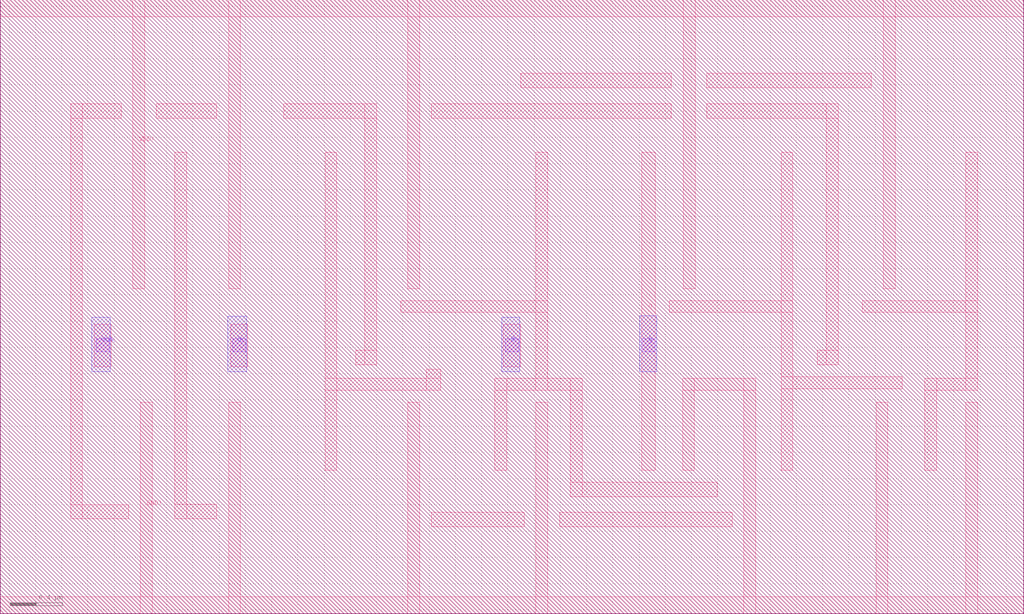
<source format=lef>
NAMESCASESENSITIVE ON ;
BUSBITCHARS "[]" ;

UNITS
  DATABASE MICRONS 1000 ;
END UNITS

MANUFACTURINGGRID 0.001 ;

DIVIDERCHAR "/" ;

LAYER M1
  TYPE ROUTING ;
  DIRECTION HORIZONTAL ;
  PITCH 0.52 0.52 ;
  WIDTH 0.14 ;
  AREA 0.042 ;
  SPACING 0.09 ;
  SPACING 0.19 RANGE 1.76 4 ;
  SPACING 0.29 RANGE 4 8 ;
  SPACING 1.05 RANGE 8 25 ;
  SPACING 1.85 RANGE 25 100000 ;
END M1

LAYER V1
  TYPE CUT ;
END V1

LAYER M2
  TYPE ROUTING ;
  DIRECTION VERTICAL ;
  PITCH 0.52 0.52 ;
  WIDTH 0.14 ;
  AREA 0.052 ;
  SPACING 0.1 ;
  SPACING 0.19 RANGE 1.76 4 ;
  SPACING 0.29 RANGE 4 8 ;
  SPACING 1.05 RANGE 8 25 ;
  SPACING 1.85 RANGE 25 100000 ;
END M2

LAYER V2
  TYPE CUT ;
END V2

LAYER M3
  TYPE ROUTING ;
  DIRECTION HORIZONTAL ;
  PITCH 0.52 0.52 ;
  WIDTH 0.14 ;
  AREA 0.052 ;
  SPACING 0.1 ;
  SPACING 0.19 RANGE 1.76 4 ;
  SPACING 0.29 RANGE 4 8 ;
  SPACING 1.05 RANGE 8 25 ;
  SPACING 1.85 RANGE 25 100000 ;
END M3

LAYER V3
  TYPE CUT ;
END V3

LAYER M4
  TYPE ROUTING ;
  DIRECTION VERTICAL ;
  PITCH 0.52 0.52 ;
  WIDTH 0.14 ;
  AREA 0.052 ;
  SPACING 0.1 ;
  SPACING 0.19 RANGE 1.76 4 ;
  SPACING 0.29 RANGE 4 8 ;
  SPACING 1.05 RANGE 8 25 ;
  SPACING 1.85 RANGE 25 100000 ;
END M4

LAYER V4
  TYPE CUT ;
END V4

LAYER M5
  TYPE ROUTING ;
  DIRECTION HORIZONTAL ;
  PITCH 0.52 0.52 ;
  WIDTH 0.14 ;
  AREA 0.052 ;
  SPACING 0.1 ;
  SPACING 0.19 RANGE 1.76 4 ;
  SPACING 0.29 RANGE 4 8 ;
  SPACING 1.05 RANGE 8 25 ;
  SPACING 1.85 RANGE 25 100000 ;
END M5

LAYER V5
  TYPE CUT ;
END V5

LAYER M6
  TYPE ROUTING ;
  DIRECTION VERTICAL ;
  PITCH 0.52 0.52 ;
  WIDTH 0.14 ;
  AREA 0.052 ;
  SPACING 0.1 ;
  SPACING 0.19 RANGE 1.76 4 ;
  SPACING 0.29 RANGE 4 8 ;
  SPACING 1.05 RANGE 8 25 ;
  SPACING 1.85 RANGE 25 100000 ;
  END M6

LAYER OVERLAP
  TYPE OVERLAP ;
END OVERLAP

SPACING
  SAMENET M1  M1    0.09 STACK ;
  SAMENET M2  M2    0.1 STACK ;
  SAMENET M3  M3    0.1 STACK ;
  SAMENET M4  M4    0.1 STACK ;
  SAMENET M5  M5    0.1 STACK ;
  SAMENET M6  M6    0.1 STACK ;
  SAMENET V1  V1    0.1 ;
  SAMENET V2  V2    0.1 ;
  SAMENET V3  V3    0.1 ;
  SAMENET V4  V4    0.1 ;
  SAMENET V5  V5    0.1 ;
  SAMENET V1  V2    0.00 STACK ;
  SAMENET V2  V3    0.00 STACK ;
  SAMENET V3  V4    0.00 STACK ;
  SAMENET V4  V5    0.00 STACK ;
  SAMENET V1  V3    0.00 STACK ;
  SAMENET V2  V4    0.00 STACK ;
  SAMENET V3  V5    0.00 STACK ;
  SAMENET V1  V4    0.00 STACK ;
  SAMENET V2  V5    0.00 STACK ;
  SAMENET V1  V5    0.00 STACK ;
END SPACING


VIA via5 DEFAULT
  LAYER M5 ;
    RECT -0.07 -0.07 0.07 0.07 ;
  LAYER V5 ;
    RECT -0.05 -0.05 0.05 0.05 ;
  LAYER M6 ;
    RECT -0.07 -0.07 0.07 0.07 ;
END via5

VIA via4 DEFAULT
  LAYER M4 ;
    RECT -0.07 -0.07 0.07 0.07 ;
  LAYER V4 ;
    RECT -0.05 -0.05 0.05 0.05 ;
  LAYER M5 ;
    RECT -0.07 -0.07 0.07 0.07 ;
END via4

VIA via3 DEFAULT
  LAYER M4 ;
    RECT -0.07 -0.07 0.07 0.07 ;
  LAYER V3 ;
    RECT -0.05 -0.05 0.05 0.05 ;
  LAYER M3 ;
    RECT -0.07 -0.07 0.07 0.07 ;
END via3

VIA via2 DEFAULT
  LAYER M3 ;
    RECT -0.07 -0.07 0.07 0.07 ;
  LAYER V2 ;
    RECT -0.05 -0.05 0.05 0.05 ;
  LAYER M2 ;
    RECT -0.07 -0.07 0.07 0.07 ;
END via2

VIA via1 DEFAULT
  LAYER M2 ;
    RECT -0.07 -0.07 0.07 0.07 ;
  LAYER V1 ;
    RECT -0.05 -0.05 0.05 0.05 ;
  LAYER M1 ;
    RECT -0.07 -0.07 0.07 0.07 ;
END via1


VIARULE via1Array GENERATE
  LAYER M1 ;
  DIRECTION HORIZONTAL ;
  OVERHANG 0.045 ;
    METALOVERHANG 0 ;
  LAYER M2 ;
  DIRECTION VERTICAL ;
    OVERHANG 0.045 ;
    METALOVERHANG 0 ;
  LAYER V1 ;
    RECT -0.05 -0.05 0.05 0.05 ;
    SPACING 0.2 BY 0.2 ;
END via1Array


VIARULE via2Array GENERATE
  LAYER M3 ;
    DIRECTION HORIZONTAL ;
    OVERHANG 0.03 ;
    METALOVERHANG 0 ;
  LAYER M2 ;
  DIRECTION VERTICAL ;
    OVERHANG 0.03 ;
    METALOVERHANG 0 ;
  LAYER V2 ;
    RECT -0.05 -0.05 0.05 0.05 ;
    SPACING 0.2 BY 0.2 ;
END via2Array


VIARULE via3Array GENERATE
  LAYER M3 ;
    DIRECTION HORIZONTAL ;
    OVERHANG 0.03 ;
    METALOVERHANG 0 ;
  LAYER M4 ;
    DIRECTION VERTICAL ;
    OVERHANG 0.03 ;
    METALOVERHANG 0 ;
  LAYER V3 ;
    RECT -0.05 -0.05 0.05 0.05 ;
    SPACING 0.2 BY 0.2 ;
END via3Array

VIARULE via4Array GENERATE
  LAYER M5 ;
    DIRECTION HORIZONTAL ;
    OVERHANG 0.03 ;
    METALOVERHANG 0 ;
  LAYER M4 ;
    DIRECTION VERTICAL ;
    OVERHANG 0.03 ;
    METALOVERHANG 0 ;
  LAYER V4 ;
    RECT -0.05 -0.05 0.05 0.05 ;
    SPACING 0.2 BY 0.2 ;
END via4Array

VIARULE via5Array GENERATE
  LAYER M5 ;
    DIRECTION HORIZONTAL ;
    OVERHANG 0.03 ;
    METALOVERHANG 0 ;
  LAYER M6 ;
    DIRECTION VERTICAL ;
    OVERHANG 0.045 ;
    METALOVERHANG 0 ;
  LAYER V5 ;
    RECT -0.05 -0.05 0.05 0.05 ;
    SPACING 0.2 BY 0.2 ;
END via5Array

VIARULE TURNM1 GENERATE
  LAYER M1 ;
    DIRECTION HORIZONTAL ;
  LAYER M1 ;
    DIRECTION VERTICAL ;
END TURNM1

VIARULE TURNM2 GENERATE
  LAYER M2 ;
    DIRECTION HORIZONTAL ;
  LAYER M2 ;
    DIRECTION VERTICAL ;
END TURNM2

VIARULE TURNM3 GENERATE
  LAYER M3 ;
    DIRECTION HORIZONTAL ;
  LAYER M3 ;
    DIRECTION VERTICAL ;
END TURNM3

VIARULE TURNM4 GENERATE
  LAYER M4 ;
    DIRECTION HORIZONTAL ;
  LAYER M4 ;
    DIRECTION VERTICAL ;
END TURNM4

VIARULE TURNM5 GENERATE
  LAYER M5 ;
    DIRECTION HORIZONTAL ;
  LAYER M5 ;
    DIRECTION VERTICAL ;
END TURNM5

VIARULE TURNM6 GENERATE
  LAYER M6 ;
    DIRECTION HORIZONTAL ;
  LAYER M6 ;
    DIRECTION VERTICAL ;
END TURNM6


SITE  CoreSite
    CLASS       CORE ;
    SYMMETRY    Y ;
    SYMMETRY    X ;
    SIZE        0.260 BY 4.68 ;
END  CoreSite

SITE  TDCoverSite
    CLASS       CORE ;
    SIZE        0.0500 BY 0.0500 ;
END  TDCoverSite

SITE  SBlockSite
    CLASS       CORE ;
    SIZE        0.0500 BY 0.0500 ;
END  SBlockSite

SITE  PortCellSite
    CLASS       PAD ;
    SIZE        0.0500 BY 0.0500 ;
END  PortCellSite

SITE  Core
    CLASS       CORE ;
    SYMMETRY    Y ;
    SYMMETRY    X ;
    SIZE        0.260 BY 4.68 ;
END  Core

MACRO aoi332
  CLASS CORE ;
  ORIGIN 9.44 4.632 ;
  FOREIGN aoi332 -9.44 -4.632 ;
  SIZE 4.048 BY 4.68 ;
  SYMMETRY X Y ;
  SITE CoreSite ;
  PIN GND!
    DIRECTION INOUT ;
    USE GROUND ;
    SHAPE ABUTMENT ;
    PORT
      LAYER M1 ;
        RECT -9.44 -4.632 -5.392 -4.502 ;
        RECT -5.954 -4.632 -5.864 -3.017 ;
        RECT -7.921 -4.632 -7.831 -3.017 ;
    END
  END GND!
  PIN VDD!
    DIRECTION INOUT ;
    USE POWER ;
    SHAPE ABUTMENT ;
    PORT
      LAYER M1 ;
        RECT -9.44 -0.081 -5.392 0.048 ;
        RECT -8.282 -2.153 -8.192 0.048 ;
        RECT -8.968 -2.153 -8.878 0.048 ;
    END
  END VDD!
  PIN A
    DIRECTION INPUT ;
    USE SIGNAL ;
    PORT
      LAYER M1 ;
        RECT -8.953 -2.747 -8.823 -2.423 ;
      LAYER M2 ;
        RECT -8.953 -2.785 -8.823 -2.385 ;
      LAYER V1 ;
        RECT -8.938 -2.635 -8.838 -2.535 ;
    END
  END A
  PIN B
    DIRECTION INPUT ;
    USE SIGNAL ;
    PORT
      LAYER M1 ;
        RECT -8.585 -2.747 -8.455 -2.423 ;
      LAYER M2 ;
        RECT -8.585 -2.785 -8.455 -2.385 ;
      LAYER V1 ;
        RECT -8.57 -2.635 -8.47 -2.535 ;
    END
  END B
  PIN C
    DIRECTION INPUT ;
    USE SIGNAL ;
    PORT
      LAYER M1 ;
        RECT -8.217 -2.747 -8.087 -2.423 ;
      LAYER M2 ;
        RECT -8.217 -2.785 -8.087 -2.385 ;
      LAYER V1 ;
        RECT -8.202 -2.635 -8.102 -2.535 ;
    END
  END C
  PIN D
    DIRECTION INPUT ;
    USE SIGNAL ;
    PORT
      LAYER M1 ;
        RECT -7.113 -2.747 -6.983 -2.423 ;
      LAYER M2 ;
        RECT -7.113 -2.785 -6.983 -2.385 ;
      LAYER V1 ;
        RECT -7.098 -2.635 -6.998 -2.535 ;
    END
  END D
  PIN E
    DIRECTION INPUT ;
    USE SIGNAL ;
    PORT
      LAYER M1 ;
        RECT -7.481 -2.747 -7.351 -2.423 ;
      LAYER M2 ;
        RECT -7.481 -2.785 -7.351 -2.385 ;
      LAYER V1 ;
        RECT -7.466 -2.635 -7.366 -2.535 ;
    END
  END E
  PIN F
    DIRECTION INPUT ;
    USE SIGNAL ;
    PORT
      LAYER M1 ;
        RECT -7.849 -2.747 -7.719 -2.423 ;
      LAYER M2 ;
        RECT -7.849 -2.785 -7.719 -2.385 ;
      LAYER V1 ;
        RECT -7.834 -2.635 -7.734 -2.535 ;
    END
  END F
  PIN G
    DIRECTION INPUT ;
    USE SIGNAL ;
    PORT
      LAYER M1 ;
        RECT -6.745 -2.747 -6.615 -2.423 ;
      LAYER M2 ;
        RECT -6.745 -2.785 -6.615 -2.385 ;
      LAYER V1 ;
        RECT -6.73 -2.635 -6.63 -2.535 ;
    END
  END G
  PIN H
    DIRECTION INPUT ;
    USE SIGNAL ;
    PORT
      LAYER M1 ;
        RECT -6.009 -2.747 -5.879 -2.423 ;
      LAYER M2 ;
        RECT -6.009 -2.785 -5.879 -2.385 ;
      LAYER V1 ;
        RECT -5.994 -2.635 -5.894 -2.535 ;
    END
  END H
  PIN OUT
    DIRECTION INPUT ;
    USE SIGNAL ;
    PORT
      LAYER M1 ;
        RECT -6.377 -2.747 -6.247 -2.423 ;
        RECT -6.362 -2.927 -6.262 -1.113 ;
        RECT -8.968 -2.927 -6.262 -2.837 ;
        RECT -6.819 -3.537 -6.729 -2.837 ;
        RECT -8.968 -3.537 -8.878 -2.837 ;
      LAYER M2 ;
        RECT -6.377 -2.785 -6.247 -2.385 ;
      LAYER V1 ;
        RECT -6.362 -2.635 -6.262 -2.535 ;
    END
  END OUT
  OBS
    LAYER M1 ;
      RECT -7.549 -1.023 -5.864 -0.933 ;
      RECT -5.954 -2.153 -5.864 -0.933 ;
      RECT -6.816 -2.153 -6.726 -0.933 ;
      RECT -7.549 -2.153 -7.459 -0.933 ;
      RECT -7.197 -2.333 -7.107 -1.113 ;
      RECT -7.9 -2.333 -7.81 -1.113 ;
      RECT -8.648 -2.333 -8.558 -1.113 ;
      RECT -8.648 -2.333 -7.107 -2.243 ;
  END
END aoi332

MACRO DFF
  CLASS CORE ;
  ORIGIN 9.668 4.632 ;
  FOREIGN DFF -9.668 -4.632 ;
  SIZE 7.8 BY 4.68 ;
  SYMMETRY X Y ;
  SITE CoreSite ;
  PIN GND!
    DIRECTION INOUT ;
    USE GROUND ;
    SHAPE ABUTMENT ;
    PORT
      LAYER M1 ;
        RECT -9.668 -4.632 -1.868 -4.502 ;
        RECT -2.308 -4.632 -2.218 -3.017 ;
        RECT -2.993 -4.632 -2.903 -3.017 ;
        RECT -4.468 -2.927 -3.911 -2.837 ;
        RECT -4.001 -4.632 -3.911 -2.837 ;
        RECT -4.468 -3.537 -4.378 -2.837 ;
        RECT -5.586 -4.632 -5.496 -3.017 ;
        RECT -6.562 -4.632 -6.472 -3.017 ;
        RECT -7.928 -4.632 -7.838 -3.017 ;
        RECT -8.6 -4.632 -8.51 -3.017 ;
    END
  END GND!
  PIN VDD!
    DIRECTION INOUT ;
    USE POWER ;
    SHAPE ABUTMENT ;
    PORT
      LAYER M1 ;
        RECT -9.668 -0.081 -1.868 0.048 ;
        RECT -2.938 -2.153 -2.848 0.048 ;
        RECT -4.463 -2.153 -4.373 0.048 ;
        RECT -6.562 -2.153 -6.472 0.048 ;
        RECT -7.928 -2.153 -7.838 0.048 ;
        RECT -8.658 -2.153 -8.568 0.048 ;
    END
  END VDD!
  PIN CLK
    DIRECTION INPUT ;
    USE SIGNAL ;
    PORT
      LAYER M1 ;
        RECT -8.953 -2.747 -8.823 -2.423 ;
      LAYER M2 ;
        RECT -8.972 -2.785 -8.832 -2.371 ;
      LAYER V1 ;
        RECT -8.938 -2.635 -8.838 -2.535 ;
    END
  END CLK
  PIN D
    DIRECTION INPUT ;
    USE SIGNAL ;
    PORT
      LAYER M1 ;
        RECT -7.913 -2.747 -7.783 -2.423 ;
      LAYER M2 ;
        RECT -7.933 -2.785 -7.79 -2.364 ;
      LAYER V1 ;
        RECT -7.898 -2.635 -7.798 -2.535 ;
    END
  END D
  PIN Q
    DIRECTION INPUT ;
    USE SIGNAL ;
    PORT
      LAYER M1 ;
        RECT -4.778 -3.537 -4.678 -1.113 ;
      LAYER M2 ;
        RECT -4.793 -2.785 -4.663 -2.36 ;
      LAYER V1 ;
        RECT -4.778 -2.635 -4.678 -2.535 ;
    END
  END Q
  PIN R
    DIRECTION INPUT ;
    USE SIGNAL ;
    PORT
      LAYER M1 ;
        RECT -5.833 -2.747 -5.703 -2.423 ;
      LAYER M2 ;
        RECT -5.847 -2.785 -5.71 -2.369 ;
      LAYER V1 ;
        RECT -5.818 -2.635 -5.718 -2.535 ;
    END
  END R
  OBS
    LAYER M1 ;
      RECT -2.308 -2.927 -2.218 -1.113 ;
      RECT -3.099 -2.333 -2.218 -2.243 ;
      RECT -2.621 -2.927 -2.218 -2.837 ;
      RECT -2.621 -3.537 -2.531 -2.837 ;
      RECT -3.717 -3.537 -3.627 -1.113 ;
      RECT -4.571 -2.333 -3.627 -2.243 ;
      RECT -3.717 -2.914 -2.793 -2.824 ;
      RECT -4.283 -0.852 -3.281 -0.742 ;
      RECT -3.371 -2.734 -3.281 -0.742 ;
      RECT -3.441 -2.734 -3.281 -2.623 ;
      RECT -5.586 -2.927 -5.496 -1.113 ;
      RECT -6.617 -2.333 -5.496 -2.243 ;
      RECT -5.899 -2.927 -5.234 -2.837 ;
      RECT -5.324 -3.737 -5.234 -2.837 ;
      RECT -5.899 -3.537 -5.809 -2.837 ;
      RECT -5.324 -3.737 -4.203 -3.627 ;
      RECT -7.192 -3.537 -7.102 -1.113 ;
      RECT -6.422 -2.927 -6.311 -2.767 ;
      RECT -7.192 -2.927 -6.311 -2.837 ;
      RECT -7.509 -0.852 -6.799 -0.742 ;
      RECT -6.889 -2.734 -6.799 -0.742 ;
      RECT -6.959 -2.734 -6.799 -2.623 ;
      RECT -8.338 -3.907 -8.248 -1.113 ;
      RECT -8.338 -3.907 -8.018 -3.797 ;
      RECT -9.133 -0.852 -8.748 -0.742 ;
      RECT -9.133 -3.908 -9.043 -0.742 ;
      RECT -9.133 -3.908 -8.69 -3.798 ;
      RECT -4.283 -0.622 -3.028 -0.512 ;
      RECT -5.406 -3.967 -4.091 -3.857 ;
      RECT -6.382 -0.852 -4.553 -0.742 ;
      RECT -5.703 -0.622 -4.553 -0.512 ;
      RECT -6.382 -3.967 -5.676 -3.857 ;
      RECT -8.478 -0.852 -8.018 -0.742 ;
  END
  
END DFF

MACRO eleveninput
  CLASS CORE ;
  ORIGIN 9.44 4.632 ;
  FOREIGN eleveninput -9.44 -4.632 ;
  SIZE 5.52 BY 4.68 ;
  SYMMETRY X Y ;
  SITE CoreSite ;
  PIN GND!
    DIRECTION INOUT ;
    USE GROUND ;
    SHAPE ABUTMENT ;
    PORT
      LAYER M1 ;
        RECT -9.44 -4.632 -3.92 -4.502 ;
        RECT -4.79 -4.632 -4.7 -3.017 ;
        RECT -8.65 -4.632 -8.56 -3.017 ;
    END
  END GND!
  PIN VDD!
    DIRECTION INOUT ;
    USE POWER ;
    SHAPE ABUTMENT ;
    PORT
      LAYER M1 ;
        RECT -9.44 -0.081 -3.92 0.048 ;
        RECT -7.128 -2.153 -7.038 0.048 ;
        RECT -7.602 -2.153 -7.512 0.048 ;
        RECT -8.968 -2.153 -8.878 0.048 ;
    END
  END VDD!
  PIN A
    DIRECTION INPUT ;
    USE SIGNAL ;
    PORT
      LAYER M1 ;
        RECT -7.849 -2.747 -7.719 -2.423 ;
      LAYER M2 ;
        RECT -7.849 -2.785 -7.719 -2.385 ;
      LAYER V1 ;
        RECT -7.834 -2.635 -7.734 -2.535 ;
    END
  END A
  PIN B
    DIRECTION INPUT ;
    USE SIGNAL ;
    PORT
      LAYER M1 ;
        RECT -7.113 -2.747 -6.983 -2.423 ;
      LAYER M2 ;
        RECT -7.113 -2.785 -6.983 -2.385 ;
      LAYER V1 ;
        RECT -7.098 -2.635 -6.998 -2.535 ;
    END
  END B
  PIN C
    DIRECTION INPUT ;
    USE SIGNAL ;
    PORT
      LAYER M1 ;
        RECT -8.953 -2.747 -8.823 -2.423 ;
      LAYER M2 ;
        RECT -8.953 -2.785 -8.823 -2.385 ;
      LAYER V1 ;
        RECT -8.938 -2.635 -8.838 -2.535 ;
    END
  END C
  PIN D
    DIRECTION INPUT ;
    USE SIGNAL ;
    PORT
      LAYER M1 ;
        RECT -8.585 -2.747 -8.455 -2.423 ;
      LAYER M2 ;
        RECT -8.585 -2.785 -8.455 -2.385 ;
      LAYER V1 ;
        RECT -8.57 -2.635 -8.47 -2.535 ;
    END
  END D
  PIN E
    DIRECTION INPUT ;
    USE SIGNAL ;
    PORT
      LAYER M1 ;
        RECT -6.745 -2.747 -6.615 -2.423 ;
      LAYER M2 ;
        RECT -6.745 -2.785 -6.615 -2.385 ;
      LAYER V1 ;
        RECT -6.73 -2.635 -6.63 -2.535 ;
    END
  END E
  PIN F
    DIRECTION INPUT ;
    USE SIGNAL ;
    PORT
      LAYER M1 ;
        RECT -6.377 -2.747 -6.247 -2.423 ;
      LAYER M2 ;
        RECT -6.377 -2.785 -6.247 -2.385 ;
      LAYER V1 ;
        RECT -6.362 -2.635 -6.262 -2.535 ;
    END
  END F
  PIN G
    DIRECTION INPUT ;
    USE SIGNAL ;
    PORT
      LAYER M1 ;
        RECT -5.641 -2.747 -5.511 -2.423 ;
      LAYER M2 ;
        RECT -5.641 -2.785 -5.511 -2.385 ;
      LAYER V1 ;
        RECT -5.626 -2.635 -5.526 -2.535 ;
    END
  END G
  PIN H
    DIRECTION INPUT ;
    USE SIGNAL ;
    PORT
      LAYER M1 ;
        RECT -5.273 -2.747 -5.143 -2.423 ;
      LAYER M2 ;
        RECT -5.273 -2.785 -5.143 -2.385 ;
      LAYER V1 ;
        RECT -5.258 -2.635 -5.158 -2.535 ;
    END
  END H
  PIN I
    DIRECTION INPUT ;
    USE SIGNAL ;
    PORT
      LAYER M1 ;
        RECT -4.905 -2.747 -4.775 -2.423 ;
      LAYER M2 ;
        RECT -4.905 -2.785 -4.775 -2.385 ;
      LAYER V1 ;
        RECT -4.89 -2.635 -4.79 -2.535 ;
    END
  END I
  PIN J
    DIRECTION INPUT ;
    USE SIGNAL ;
    PORT
      LAYER M1 ;
        RECT -4.537 -2.747 -4.407 -2.423 ;
      LAYER M2 ;
        RECT -4.537 -2.785 -4.407 -2.385 ;
      LAYER V1 ;
        RECT -4.522 -2.635 -4.422 -2.535 ;
    END
  END J
  PIN K
    DIRECTION INPUT ;
    USE SIGNAL ;
    PORT
      LAYER M1 ;
        RECT -8.217 -2.747 -8.087 -2.423 ;
      LAYER M2 ;
        RECT -8.217 -2.785 -8.087 -2.385 ;
      LAYER V1 ;
        RECT -8.202 -2.635 -8.102 -2.535 ;
    END
  END K
  PIN OUT
    DIRECTION INPUT ;
    USE SIGNAL ;
    PORT
      LAYER M1 ;
        RECT -4.482 -2.333 -4.392 -1.113 ;
        RECT -5.994 -2.333 -4.392 -2.243 ;
        RECT -5.536 -2.333 -5.446 -1.113 ;
        RECT -6.009 -2.747 -5.879 -2.423 ;
        RECT -5.994 -3.537 -5.894 -2.243 ;
        RECT -6.818 -2.927 -5.894 -2.837 ;
        RECT -6.818 -3.537 -6.728 -2.837 ;
      LAYER M2 ;
        RECT -6.009 -2.785 -5.879 -2.385 ;
      LAYER V1 ;
        RECT -5.994 -2.635 -5.894 -2.535 ;
    END
  END OUT
  OBS
    LAYER M1 ;
      RECT -5.172 -2.927 -4.392 -2.837 ;
      RECT -4.482 -3.537 -4.392 -2.837 ;
      RECT -5.172 -3.537 -5.082 -2.837 ;
      RECT -6.818 -1.023 -5.069 -0.933 ;
      RECT -5.159 -2.153 -5.069 -0.933 ;
      RECT -6.818 -2.333 -6.728 -0.933 ;
      RECT -8.293 -2.333 -8.203 -1.113 ;
      RECT -8.293 -2.333 -6.728 -2.243 ;
      RECT -5.54 -3.717 -5.45 -3.017 ;
      RECT -6.445 -3.717 -6.355 -3.017 ;
      RECT -6.445 -3.717 -5.45 -3.627 ;
      RECT -7.926 -2.927 -7.038 -2.837 ;
      RECT -7.128 -3.537 -7.038 -2.837 ;
      RECT -7.926 -3.537 -7.836 -2.837 ;
      RECT -8.968 -2.927 -8.188 -2.837 ;
      RECT -8.278 -3.717 -8.188 -2.837 ;
      RECT -8.968 -3.537 -8.878 -2.837 ;
      RECT -7.602 -3.717 -7.512 -3.017 ;
      RECT -8.278 -3.717 -7.512 -3.627 ;
  END
  
END eleveninput

MACRO FILLER
  CLASS CORE ;
  ORIGIN -3.852 6.939 ;
  FOREIGN FILLER 3.852 -6.939 ;
  SIZE 0.26 BY 4.68 ;
  SYMMETRY X Y ;
  SITE CoreSite ;
  PIN GND!
    DIRECTION INOUT ;
    USE GROUND ;
    SHAPE ABUTMENT ;
    PORT
      LAYER M1 ;
        RECT 3.762 -6.939 4.202 -6.809 ;
    END
  END GND!
  PIN VDD!
    DIRECTION INOUT ;
    USE POWER ;
    SHAPE ABUTMENT ;
    PORT
      LAYER M1 ;
        RECT 3.762 -2.388 4.202 -2.259 ;
    END
  END VDD!
END FILLER

MACRO INV
  CLASS CORE ;
  ORIGIN 9.148 4.632 ;
  FOREIGN INV -9.148 -4.632 ;
  SIZE 1.04 BY 4.68 ;
  SYMMETRY X Y ;
  SITE CoreSite ;
  PIN GND!
    DIRECTION INOUT ;
    USE GROUND ;
    SHAPE ABUTMENT ;
    PORT
      LAYER M1 ;
        RECT -9.148 -4.632 -8.108 -4.502 ;
        RECT -8.968 -4.632 -8.878 -3.017 ;
    END
  END GND!
  PIN VDD!
    DIRECTION INOUT ;
    USE POWER ;
    SHAPE ABUTMENT ;
    PORT
      LAYER M1 ;
        RECT -9.148 -0.081 -8.108 0.048 ;
        RECT -8.968 -2.153 -8.878 0.048 ;
    END
  END VDD!
  PIN IN
    DIRECTION INPUT ;
    USE SIGNAL ;
    PORT
      LAYER M1 ;
        RECT -8.953 -2.747 -8.823 -2.423 ;
      LAYER M2 ;
        RECT -8.975 -2.785 -8.83 -2.375 ;
      LAYER V1 ;
        RECT -8.938 -2.635 -8.838 -2.535 ;
    END
  END IN
  PIN OUT
    DIRECTION INPUT ;
    USE SIGNAL ;
    PORT
      LAYER M1 ;
        RECT -8.433 -3.537 -8.303 -1.113 ;
      LAYER M2 ;
        RECT -8.433 -2.785 -8.303 -2.359 ;
      LAYER V1 ;
        RECT -8.418 -2.635 -8.318 -2.535 ;
    END
  END OUT
  
END INV

MACRO NAND2
  CLASS CORE ;
  ORIGIN 9.148 4.632 ;
  FOREIGN NAND2 -9.148 -4.632 ;
  SIZE 1.56 BY 4.68 ;
  SYMMETRY X Y ;
  SITE CoreSite ;
  PIN GND!
    DIRECTION INOUT ;
    USE GROUND ;
    SHAPE ABUTMENT ;
    PORT
      LAYER M1 ;
        RECT -9.148 -4.632 -7.588 -4.502 ;
        RECT -7.858 -4.632 -7.768 -3.017 ;
    END
  END GND!
  PIN VDD!
    DIRECTION INOUT ;
    USE POWER ;
    SHAPE ABUTMENT ;
    PORT
      LAYER M1 ;
        RECT -9.148 -0.081 -7.588 0.048 ;
        RECT -7.858 -2.153 -7.768 0.048 ;
        RECT -8.968 -2.153 -8.878 0.048 ;
    END
  END VDD!
  PIN A
    DIRECTION INPUT ;
    USE SIGNAL ;
    PORT
      LAYER M1 ;
        RECT -8.953 -2.747 -8.823 -2.423 ;
      LAYER M2 ;
        RECT -8.975 -2.785 -8.828 -2.376 ;
      LAYER V1 ;
        RECT -8.938 -2.635 -8.838 -2.535 ;
    END
  END A
  PIN B
    DIRECTION INPUT ;
    USE SIGNAL ;
    PORT
      LAYER M1 ;
        RECT -7.913 -2.747 -7.783 -2.423 ;
      LAYER M2 ;
        RECT -7.912 -2.785 -7.772 -2.378 ;
      LAYER V1 ;
        RECT -7.898 -2.635 -7.798 -2.535 ;
    END
  END B
  PIN OUT
    DIRECTION INPUT ;
    USE SIGNAL ;
    PORT
      LAYER M1 ;
        RECT -8.418 -2.927 -8.318 -1.113 ;
        RECT -8.968 -2.927 -8.318 -2.837 ;
        RECT -8.968 -3.537 -8.878 -2.837 ;
      LAYER M2 ;
        RECT -8.433 -2.785 -8.303 -2.358 ;
      LAYER V1 ;
        RECT -8.418 -2.635 -8.318 -2.535 ;
    END
  END OUT
  
END NAND2

MACRO NAND3
  CLASS CORE ;
  ORIGIN 5.566 4.676 ;
  FOREIGN NAND3 -5.566 -4.676 ;
  SIZE 2.08 BY 4.68 ;
  SYMMETRY X Y ;
  SITE CoreSite ;
  PIN GND!
    DIRECTION INOUT ;
    USE GROUND ;
    SHAPE ABUTMENT ;
    PORT
      LAYER M1 ;
        RECT -5.566 -4.676 -3.486 -4.546 ;
        RECT -3.756 -4.676 -3.666 -3.061 ;
    END
  END GND!
  PIN VDD!
    DIRECTION INOUT ;
    USE POWER ;
    SHAPE ABUTMENT ;
    PORT
      LAYER M1 ;
        RECT -5.566 -0.125 -3.486 0.004 ;
        RECT -4.126 -2.197 -4.036 0.004 ;
        RECT -5.386 -2.197 -5.296 0.004 ;
    END
  END VDD!
  PIN A
    DIRECTION INPUT ;
    USE SIGNAL ;
    PORT
      LAYER M1 ;
        RECT -5.371 -2.791 -5.241 -2.467 ;
      LAYER M2 ;
        RECT -5.39 -2.829 -5.248 -2.414 ;
      LAYER V1 ;
        RECT -5.356 -2.679 -5.256 -2.579 ;
    END
  END A
  PIN B
    DIRECTION INPUT ;
    USE SIGNAL ;
    PORT
      LAYER M1 ;
        RECT -4.331 -2.791 -4.201 -2.467 ;
      LAYER M2 ;
        RECT -4.325 -2.829 -4.181 -2.414 ;
      LAYER V1 ;
        RECT -4.316 -2.679 -4.216 -2.579 ;
    END
  END B
  PIN C
    DIRECTION INPUT ;
    USE SIGNAL ;
    PORT
      LAYER M1 ;
        RECT -3.811 -2.791 -3.681 -2.467 ;
      LAYER M2 ;
        RECT -3.804 -2.829 -3.66 -2.4 ;
      LAYER V1 ;
        RECT -3.796 -2.679 -3.696 -2.579 ;
    END
  END C
  PIN OUT
    DIRECTION INPUT ;
    USE SIGNAL ;
    PORT
      LAYER M1 ;
        RECT -3.756 -2.377 -3.666 -1.157 ;
        RECT -4.836 -2.377 -3.666 -2.287 ;
        RECT -4.836 -2.971 -4.736 -1.157 ;
        RECT -5.386 -2.971 -4.736 -2.881 ;
        RECT -5.386 -3.581 -5.296 -2.881 ;
      LAYER M2 ;
        RECT -4.851 -2.829 -4.721 -2.413 ;
      LAYER V1 ;
        RECT -4.836 -2.679 -4.736 -2.579 ;
    END
  END OUT
END NAND3

MACRO NOR2
  CLASS CORE ;
  ORIGIN 9.148 4.632 ;
  FOREIGN NOR2 -9.148 -4.632 ;
  SIZE 1.56 BY 4.68 ;
  SYMMETRY X Y ;
  SITE CoreSite ;
  PIN GND!
    DIRECTION INOUT ;
    USE GROUND ;
    SHAPE ABUTMENT ;
    PORT
      LAYER M1 ;
        RECT -9.148 -4.632 -7.588 -4.502 ;
        RECT -7.984 -4.632 -7.894 -3.017 ;
        RECT -8.968 -4.632 -8.878 -3.017 ;
    END
  END GND!
  PIN VDD!
    DIRECTION INOUT ;
    USE POWER ;
    SHAPE ABUTMENT ;
    PORT
      LAYER M1 ;
        RECT -9.148 -0.081 -7.588 0.048 ;
        RECT -8.968 -2.153 -8.878 0.048 ;
    END
  END VDD!
  PIN A
    DIRECTION INPUT ;
    USE SIGNAL ;
    PORT
      LAYER M1 ;
        RECT -8.953 -2.747 -8.823 -2.423 ;
      LAYER M2 ;
        RECT -8.968 -2.785 -8.823 -2.385 ;
      LAYER V1 ;
        RECT -8.938 -2.635 -8.838 -2.535 ;
    END
  END A
  PIN B
    DIRECTION INPUT ;
    USE SIGNAL ;
    PORT
      LAYER M1 ;
        RECT -8.433 -2.747 -8.303 -2.423 ;
      LAYER M2 ;
        RECT -8.446 -2.785 -8.303 -2.385 ;
      LAYER V1 ;
        RECT -8.418 -2.635 -8.318 -2.535 ;
    END
  END B
  PIN OUT
    DIRECTION INPUT ;
    USE SIGNAL ;
    PORT
      LAYER M1 ;
        RECT -7.898 -2.927 -7.798 -1.113 ;
        RECT -8.49 -2.927 -7.798 -2.837 ;
        RECT -8.49 -3.537 -8.4 -2.837 ;
      LAYER M2 ;
        RECT -7.913 -2.785 -7.783 -2.385 ;
      LAYER V1 ;
        RECT -7.898 -2.635 -7.798 -2.535 ;
    END
  END OUT
  
END NOR2

MACRO NOR3
  CLASS CORE ;
  ORIGIN 9.44 4.632 ;
  FOREIGN NOR3 -9.44 -4.632 ;
  SIZE 2.208 BY 4.68 ;
  SYMMETRY X Y ;
  SITE CoreSite ;
  PIN GND!
    DIRECTION INOUT ;
    USE GROUND ;
    SHAPE ABUTMENT ;
    PORT
      LAYER M1 ;
        RECT -9.44 -4.632 -7.232 -4.502 ;
        RECT -8.288 -4.632 -8.198 -3.017 ;
        RECT -8.968 -4.632 -8.878 -3.017 ;
    END
  END GND!
  PIN VDD!
    DIRECTION INOUT ;
    USE POWER ;
    SHAPE ABUTMENT ;
    PORT
      LAYER M1 ;
        RECT -9.44 -0.081 -7.232 0.048 ;
        RECT -8.968 -2.153 -8.878 0.048 ;
    END
  END VDD!
  PIN A
    DIRECTION INPUT ;
    USE SIGNAL ;
    PORT
      LAYER M1 ;
        RECT -8.953 -2.747 -8.823 -2.423 ;
      LAYER M2 ;
        RECT -8.953 -2.785 -8.823 -2.385 ;
      LAYER V1 ;
        RECT -8.938 -2.635 -8.838 -2.535 ;
    END
  END A
  PIN B
    DIRECTION INPUT ;
    USE SIGNAL ;
    PORT
      LAYER M1 ;
        RECT -8.585 -2.747 -8.455 -2.423 ;
      LAYER M2 ;
        RECT -8.585 -2.785 -8.455 -2.385 ;
      LAYER V1 ;
        RECT -8.57 -2.635 -8.47 -2.535 ;
    END
  END B
  PIN C
    DIRECTION INPUT ;
    USE SIGNAL ;
    PORT
      LAYER M1 ;
        RECT -8.217 -2.747 -8.087 -2.423 ;
      LAYER M2 ;
        RECT -8.217 -2.785 -8.087 -2.385 ;
      LAYER V1 ;
        RECT -8.202 -2.635 -8.102 -2.535 ;
    END
  END C
  PIN OUT
    DIRECTION INPUT ;
    USE SIGNAL ;
    PORT
      LAYER M1 ;
        RECT -7.849 -2.747 -7.719 -2.423 ;
        RECT -7.834 -3.537 -7.734 -1.113 ;
        RECT -8.642 -2.927 -7.734 -2.837 ;
        RECT -8.642 -3.537 -8.552 -2.837 ;
      LAYER M2 ;
        RECT -7.849 -2.785 -7.719 -2.385 ;
      LAYER V1 ;
        RECT -7.834 -2.635 -7.734 -2.535 ;
    END
  END OUT
END NOR3

MACRO oai4331
  CLASS CORE ;
  ORIGIN 11.088 4.632 ;
  FOREIGN oai4331 -11.088 -4.632 ;
  SIZE 5.152 BY 4.68 ;
  SYMMETRY X Y ;
  SITE CoreSite ;
  PIN GND!
    DIRECTION INOUT ;
    USE GROUND ;
    SHAPE ABUTMENT ;
    PORT
      LAYER M1 ;
        RECT -11.088 -4.632 -5.936 -4.502 ;
        RECT -6.498 -4.632 -6.408 -3.017 ;
    END
  END GND!
  PIN VDD!
    DIRECTION INOUT ;
    USE POWER ;
    SHAPE ABUTMENT ;
    PORT
      LAYER M1 ;
        RECT -11.088 -0.081 -5.936 0.048 ;
        RECT -6.816 -2.153 -6.726 0.048 ;
        RECT -9.024 -2.153 -8.934 0.048 ;
    END
  END VDD!
  PIN A
    DIRECTION INPUT ;
    USE SIGNAL ;
    PORT
      LAYER M1 ;
        RECT -9.129 -2.747 -8.999 -2.423 ;
      LAYER M2 ;
        RECT -9.129 -2.785 -8.999 -2.385 ;
      LAYER V1 ;
        RECT -9.114 -2.635 -9.014 -2.535 ;
    END
  END A
  PIN B
    DIRECTION INPUT ;
    USE SIGNAL ;
    PORT
      LAYER M1 ;
        RECT -9.497 -2.747 -9.367 -2.423 ;
      LAYER M2 ;
        RECT -9.497 -2.785 -9.367 -2.385 ;
      LAYER V1 ;
        RECT -9.482 -2.635 -9.382 -2.535 ;
    END
  END B
  PIN C
    DIRECTION INPUT ;
    USE SIGNAL ;
    PORT
      LAYER M1 ;
        RECT -9.865 -2.747 -9.735 -2.423 ;
      LAYER M2 ;
        RECT -9.865 -2.785 -9.735 -2.385 ;
      LAYER V1 ;
        RECT -9.85 -2.635 -9.75 -2.535 ;
    END
  END C
  PIN D
    DIRECTION INPUT ;
    USE SIGNAL ;
    PORT
      LAYER M1 ;
        RECT -10.601 -2.747 -10.471 -2.423 ;
      LAYER M2 ;
        RECT -10.601 -2.785 -10.471 -2.385 ;
      LAYER V1 ;
        RECT -10.586 -2.635 -10.486 -2.535 ;
    END
  END D
  PIN E
    DIRECTION INPUT ;
    USE SIGNAL ;
    PORT
      LAYER M1 ;
        RECT -8.761 -2.747 -8.631 -2.423 ;
      LAYER M2 ;
        RECT -8.761 -2.785 -8.631 -2.385 ;
      LAYER V1 ;
        RECT -8.746 -2.635 -8.646 -2.535 ;
    END
  END E
  PIN F
    DIRECTION INPUT ;
    USE SIGNAL ;
    PORT
      LAYER M1 ;
        RECT -8.393 -2.747 -8.263 -2.423 ;
      LAYER M2 ;
        RECT -8.393 -2.785 -8.263 -2.385 ;
      LAYER V1 ;
        RECT -8.378 -2.635 -8.278 -2.535 ;
    END
  END F
  PIN G
    DIRECTION INPUT ;
    USE SIGNAL ;
    PORT
      LAYER M1 ;
        RECT -8.025 -2.747 -7.895 -2.423 ;
      LAYER M2 ;
        RECT -8.025 -2.785 -7.895 -2.385 ;
      LAYER V1 ;
        RECT -8.01 -2.635 -7.91 -2.535 ;
    END
  END G
  PIN H
    DIRECTION INPUT ;
    USE SIGNAL ;
    PORT
      LAYER M1 ;
        RECT -6.921 -2.747 -6.791 -2.423 ;
      LAYER M2 ;
        RECT -6.921 -2.785 -6.791 -2.385 ;
      LAYER V1 ;
        RECT -6.906 -2.635 -6.806 -2.535 ;
    END
  END H
  PIN I
    DIRECTION INPUT ;
    USE SIGNAL ;
    PORT
      LAYER M1 ;
        RECT -7.289 -2.747 -7.159 -2.423 ;
      LAYER M2 ;
        RECT -7.289 -2.785 -7.159 -2.385 ;
      LAYER V1 ;
        RECT -7.274 -2.635 -7.174 -2.535 ;
    END
  END I
  PIN J
    DIRECTION INPUT ;
    USE SIGNAL ;
    PORT
      LAYER M1 ;
        RECT -7.657 -2.747 -7.527 -2.423 ;
      LAYER M2 ;
        RECT -7.657 -2.785 -7.527 -2.385 ;
      LAYER V1 ;
        RECT -7.642 -2.635 -7.542 -2.535 ;
    END
  END J
  PIN K
    DIRECTION INPUT ;
    USE SIGNAL ;
    PORT
      LAYER M1 ;
        RECT -6.553 -2.747 -6.423 -2.423 ;
      LAYER M2 ;
        RECT -6.553 -2.785 -6.423 -2.385 ;
      LAYER V1 ;
        RECT -6.538 -2.635 -6.438 -2.535 ;
    END
  END K
  PIN OUT
    DIRECTION INPUT ;
    USE SIGNAL ;
    PORT
      LAYER M1 ;
        RECT -6.445 -2.333 -6.355 -1.113 ;
        RECT -10.616 -2.333 -6.355 -2.243 ;
        RECT -7.9 -2.333 -7.81 -1.113 ;
        RECT -10.218 -2.927 -9.3 -2.837 ;
        RECT -9.39 -3.537 -9.3 -2.837 ;
        RECT -10.233 -2.747 -10.103 -2.423 ;
        RECT -10.218 -3.537 -10.118 -2.243 ;
        RECT -10.616 -2.333 -10.526 -1.113 ;
      LAYER M2 ;
        RECT -10.233 -2.785 -10.103 -2.385 ;
      LAYER V1 ;
        RECT -10.218 -2.635 -10.118 -2.535 ;
    END
  END OUT
  OBS
    LAYER M1 ;
      RECT -6.811 -3.717 -6.721 -3.017 ;
      RECT -7.55 -3.717 -7.46 -3.017 ;
      RECT -7.55 -3.717 -6.721 -3.627 ;
      RECT -8.651 -2.927 -7.095 -2.837 ;
      RECT -7.185 -3.537 -7.095 -2.837 ;
      RECT -7.918 -3.537 -7.828 -2.837 ;
      RECT -8.651 -3.537 -8.561 -2.837 ;
      RECT -8.283 -3.717 -8.193 -3.017 ;
      RECT -9.025 -3.717 -8.935 -3.017 ;
      RECT -9.766 -3.717 -9.676 -3.017 ;
      RECT -10.616 -3.717 -10.526 -3.017 ;
      RECT -10.616 -3.717 -8.193 -3.627 ;
  END
END oai4331

END LIBRARY

</source>
